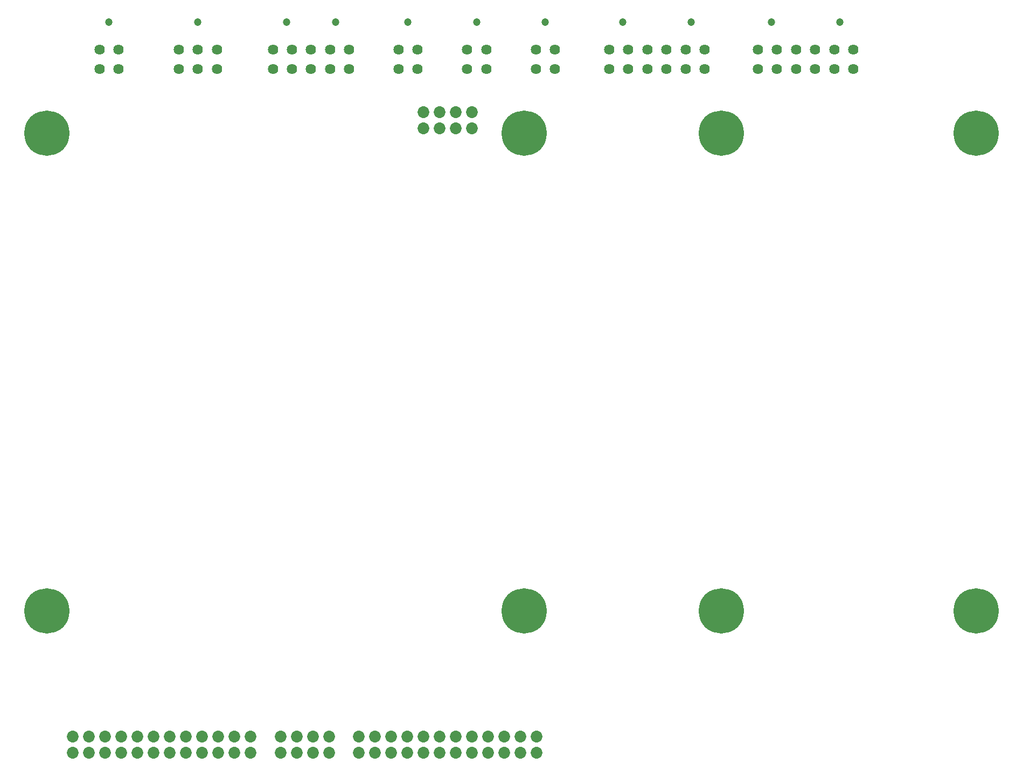
<source format=gbs>
G04*
G04 #@! TF.GenerationSoftware,Altium Limited,Altium Designer,21.4.1 (30)*
G04*
G04 Layer_Color=16711935*
%FSLAX25Y25*%
%MOIN*%
G70*
G04*
G04 #@! TF.SameCoordinates,07BA8920-E91E-4FA6-B340-E2803C7595EB*
G04*
G04*
G04 #@! TF.FilePolarity,Negative*
G04*
G01*
G75*
%ADD87C,0.06400*%
%ADD88C,0.04737*%
%ADD89C,0.07290*%
%ADD90C,0.27959*%
D87*
X426626Y433441D02*
D03*
X391224D02*
D03*
X426626Y445240D02*
D03*
X391224D02*
D03*
X403028Y433441D02*
D03*
X414827D02*
D03*
X379425D02*
D03*
X367626D02*
D03*
X403028Y445240D02*
D03*
X414827D02*
D03*
X379425D02*
D03*
X367626D02*
D03*
X206724Y433441D02*
D03*
X183126D02*
D03*
X159528D02*
D03*
X206724Y445240D02*
D03*
X183126D02*
D03*
X159528D02*
D03*
X194874Y433441D02*
D03*
X171378D02*
D03*
X194874Y445240D02*
D03*
X171378D02*
D03*
X518626Y433441D02*
D03*
X483224D02*
D03*
X518626Y445240D02*
D03*
X483224D02*
D03*
X495028Y433441D02*
D03*
X506827D02*
D03*
X471425D02*
D03*
X459626D02*
D03*
X495028Y445240D02*
D03*
X506827D02*
D03*
X471425D02*
D03*
X459626D02*
D03*
X101378Y433441D02*
D03*
X113126D02*
D03*
X124874D02*
D03*
Y445240D02*
D03*
X113126D02*
D03*
X101378D02*
D03*
X237224Y433441D02*
D03*
X249028D02*
D03*
Y445240D02*
D03*
X237224D02*
D03*
X279724Y433441D02*
D03*
X291528D02*
D03*
Y445240D02*
D03*
X279724D02*
D03*
X322224Y433441D02*
D03*
X334028D02*
D03*
Y445240D02*
D03*
X322224D02*
D03*
X52224Y433441D02*
D03*
X64028D02*
D03*
Y445240D02*
D03*
X52224D02*
D03*
D88*
X376075Y462240D02*
D03*
X418177D02*
D03*
X167976D02*
D03*
X198276D02*
D03*
X468075D02*
D03*
X510177D02*
D03*
X113126D02*
D03*
X243126D02*
D03*
X285626D02*
D03*
X328126D02*
D03*
X58126D02*
D03*
D89*
X174134Y20748D02*
D03*
Y10748D02*
D03*
X184134D02*
D03*
Y20748D02*
D03*
X194134Y10748D02*
D03*
Y20748D02*
D03*
X164134D02*
D03*
Y10748D02*
D03*
X252717Y396575D02*
D03*
Y406575D02*
D03*
X282717D02*
D03*
Y396575D02*
D03*
X272717Y406575D02*
D03*
Y396575D02*
D03*
X262717D02*
D03*
Y406575D02*
D03*
X65551Y10748D02*
D03*
Y20748D02*
D03*
X105551D02*
D03*
Y10748D02*
D03*
X115551D02*
D03*
Y20748D02*
D03*
X125551Y10748D02*
D03*
Y20748D02*
D03*
X95551D02*
D03*
Y10748D02*
D03*
X85551D02*
D03*
Y20748D02*
D03*
X75551D02*
D03*
Y10748D02*
D03*
X55551Y20748D02*
D03*
Y10748D02*
D03*
X145551Y20748D02*
D03*
Y10748D02*
D03*
X135551Y20748D02*
D03*
Y10748D02*
D03*
X35551D02*
D03*
Y20748D02*
D03*
X45551D02*
D03*
Y10748D02*
D03*
X242717D02*
D03*
Y20748D02*
D03*
X282717D02*
D03*
Y10748D02*
D03*
X292717D02*
D03*
Y20748D02*
D03*
X302717Y10748D02*
D03*
Y20748D02*
D03*
X272717D02*
D03*
Y10748D02*
D03*
X262717D02*
D03*
Y20748D02*
D03*
X252717D02*
D03*
Y10748D02*
D03*
X232717Y20748D02*
D03*
Y10748D02*
D03*
X322717Y20748D02*
D03*
Y10748D02*
D03*
X312717Y20748D02*
D03*
Y10748D02*
D03*
X212717D02*
D03*
Y20748D02*
D03*
X222717D02*
D03*
Y10748D02*
D03*
D90*
X314961Y393701D02*
D03*
X437008D02*
D03*
X594488D02*
D03*
Y98425D02*
D03*
X437008D02*
D03*
X314961D02*
D03*
X19685D02*
D03*
Y393701D02*
D03*
M02*

</source>
